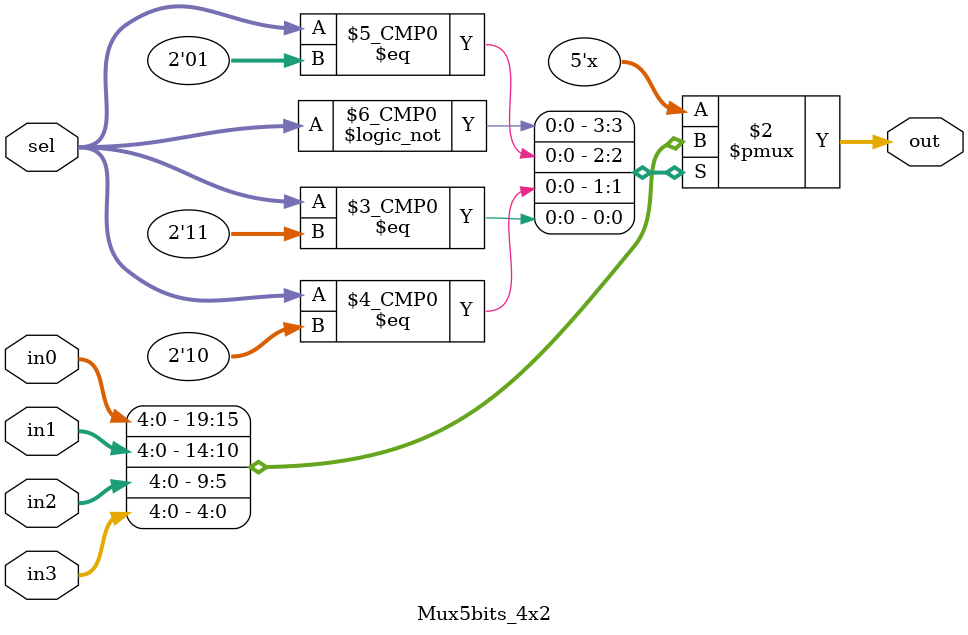
<source format=sv>
module Mux32bits_4x2(
	input logic [1:0] sel,
	input logic [31:0] in0, in1, in2, in3,
	output logic [31:0] out);
	
	always_comb
	begin
		
		case(sel)
		
			2'b00:
			begin
				out <= in0;	
			end
			
			2'b01:
			begin
				out <= in1;
			end
			
			2'b10:
			begin
				out <= in2;
			end
		
			2'b11:
			begin
				out <= in3;
			end
			/*
			default:
			begin
				out <= 32'd1234567890;
			end*/
				
		endcase
	end
	
endmodule : Mux32bits_4x2

module Mux5bit_2x1 (
	input logic sel,
	input logic [4:0] in0, in1,
	output logic [4:0] out);
	
	always_comb
	begin
		case(sel)
			
			1'b0:
			begin
				out <= in0;
			end
			
			1'b1:
			begin
				out <= in1;
			end
			/*
			default:
			begin
				out <= 5'd0;
			end
			*/
		endcase
	end
	
endmodule : Mux5bit_2x1

module Mux32bit_2x1 ( 
	input logic sel,
	input logic [31:0] in0, in1,
	output logic [31:0] out);
	
	always_comb
	begin
		case(sel)
			
			1'b0:
			begin
				out <= in0;
			end
			
			1'b1:
			begin
				out <= in1;
			end
			
			default:
			begin
				out <= 32'd1234567890;
			end
		endcase
	end

endmodule : Mux32bit_2x1

module Mux32bit_8x1(
	input logic [2:0] sel,
	input logic [31:0] in0, in1, in2, in3, in4, in5, in6, in7,
	output logic [31:0] out );
	
	always_comb
	begin
		case (sel)			
			3'b000: out <= in0;
			3'b001:	out <= in1;
			3'b010:	out <= in2;
			3'b011:	out <= in3;
			3'b100:	out <= in4;
			3'b101:	out <= in5;
			3'b110:	out <= in6;
			3'b111:	out <= in7;
			default: out <= 32'd1234567890;
		endcase
	end
	
endmodule : Mux32bit_8x1

module Mux5bits_4x2(
	input logic [1:0] sel,
	input logic [4:0] in0, in1, in2, in3,
	output logic [4:0] out);
	
	always_comb
	begin
		
		case(sel)
		
			2'b00:
			begin
				out <= in0;	
			end
			
			2'b01:
			begin
				out <= in1;
			end
			
			2'b10:
			begin
				out <= in2;
			end
		
			2'b11:
			begin
				out <= in3;
			end
			/*
			default:
			begin
				out <= 32'd1234567890;
			end*/
				
		endcase
	end
	
endmodule : Mux5bits_4x2

</source>
